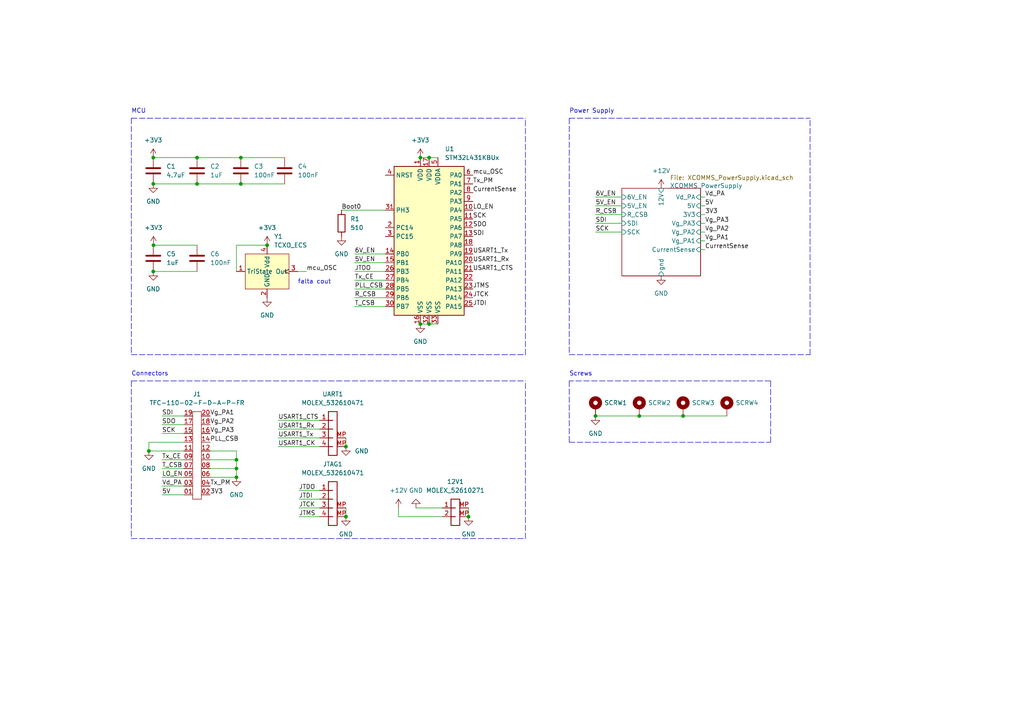
<source format=kicad_sch>
(kicad_sch (version 20211123) (generator eeschema)
  (paper "A4")
  (lib_symbols
    (symbol "Device:C" (pin_numbers hide) (pin_names (offset 0.254))
      (property "Reference" "C" (at 0.635 2.54 0))
      (property "Value" "C" (at 0.635 -2.54 0))
      (symbol "C_0_1"
        (polyline (pts (xy -2.032 -0.762) (xy 2.032 -0.762)) (stroke (width 0.508)))
        (polyline (pts (xy -2.032 0.762) (xy 2.032 0.762)) (stroke (width 0.508)))
      )
      (symbol "C_1_1"
        (pin passive line (at 0 3.81 270) (length 2.794) (name "~") (number "1"))
        (pin passive line (at 0 -3.81 90) (length 2.794) (name "~") (number "2"))
      )
    )
    (symbol "Device:R" (pin_numbers hide) (pin_names (offset 0))
      (property "Reference" "R" (at 2.032 0 90))
      (property "Value" "R" (at 0 0 90))
      (symbol "R_0_1"
        (rectangle (start -1.016 -2.54) (end 1.016 2.54) (stroke (width 0.254)))
      )
      (symbol "R_1_1"
        (pin passive line (at 0 3.81 270) (length 1.27) (name "~") (number "1"))
        (pin passive line (at 0 -3.81 90) (length 1.27) (name "~") (number "2"))
      )
    )
    (symbol "GGS_Connectors:Picoblade_2x1_H"
      (property "Reference" "12V1" (at 0 15.24 0))
      (property "Value" "MOLEX_52610271" (at 0 12.7 0))
      (symbol "Picoblade_2x1_H_0_1"
        (polyline (pts (xy 0 5.08) (xy -1.27 5.08)) (stroke (width 0.254)))
        (polyline (pts (xy 0 7.62) (xy -1.27 7.62)) (stroke (width 0.254)))
      )
      (symbol "Picoblade_2x1_H_1_0"
        (polyline (pts (xy -1.27 10.16) (xy 1.27 10.16) (xy 1.27 2.54) (xy -1.27 2.54) (xy -1.27 10.16)) (stroke (width 0.254)))
        (pin passive line (at -3.81 7.62 0) (length 2.54) (name "1") (number "1"))
        (pin passive line (at -3.81 5.08 0) (length 2.54) (name "2") (number "2"))
        (pin passive line (at 3.81 7.62 180) (length 2.54) (name "MH1") (number "MP"))
        (pin passive line (at 3.81 5.08 180) (length 2.54) (name "MH2") (number "MP"))
      )
    )
    (symbol "GGS_Connectors:Picoblade_4x1_H"
      (property "Reference" "UART1" (at -1.27 20.32 0))
      (property "Value" "MOLEX_532610471" (at -1.27 17.78 0))
      (symbol "Picoblade_4x1_H_1_0"
        (polyline (pts (xy -2.54 5.08) (xy -1.27 5.08)) (stroke (width 0.254)))
        (polyline (pts (xy -2.54 7.62) (xy -1.27 7.62)) (stroke (width 0.254)))
        (polyline (pts (xy -2.54 10.16) (xy -1.27 10.16)) (stroke (width 0.254)))
        (polyline (pts (xy -2.54 12.7) (xy -1.27 12.7)) (stroke (width 0.254)))
        (polyline (pts (xy -2.54 15.24) (xy 0 15.24) (xy 0 2.54) (xy -2.54 2.54) (xy -2.54 15.24)) (stroke (width 0.254)))
        (pin passive line (at -5.08 12.7 0) (length 2.54) (name "1") (number "1"))
        (pin passive line (at -5.08 10.16 0) (length 2.54) (name "2") (number "2"))
        (pin passive line (at -5.08 7.62 0) (length 2.54) (name "3") (number "3"))
        (pin passive line (at -5.08 5.08 0) (length 2.54) (name "4") (number "4"))
        (pin passive line (at 2.54 5.08 180) (length 2.54) (name "") (number "MP"))
        (pin passive line (at 2.54 7.62 180) (length 2.54) (name "MH2") (number "MP"))
      )
    )
    (symbol "GGS_Connectors:TFC-110-T2"
      (property "Reference" "J" (at 0 -3.81 0))
      (property "Value" "TFC-110-T2" (at 6.35 -1.27 0))
      (symbol "TFC-110-T2_0_0"
        (pin bidirectional line (at -2.54 24.13 0) (length 2.54) (name "") (number "01"))
        (pin bidirectional line (at 5.08 24.13 180) (length 2.54) (name "") (number "02"))
        (pin bidirectional line (at -2.54 21.59 0) (length 2.54) (name "") (number "03"))
        (pin bidirectional line (at 5.08 21.59 180) (length 2.54) (name "") (number "04"))
        (pin bidirectional line (at -2.54 19.05 0) (length 2.54) (name "") (number "05"))
        (pin bidirectional line (at 5.08 19.05 180) (length 2.54) (name "") (number "06"))
        (pin bidirectional line (at -2.54 16.51 0) (length 2.54) (name "") (number "07"))
        (pin bidirectional line (at 5.08 16.51 180) (length 2.54) (name "") (number "08"))
        (pin bidirectional line (at -2.54 13.97 0) (length 2.54) (name "") (number "09"))
        (pin bidirectional line (at 5.08 13.97 180) (length 2.54) (name "") (number "10"))
        (pin bidirectional line (at -2.54 11.43 0) (length 2.54) (name "") (number "11"))
        (pin bidirectional line (at 5.08 11.43 180) (length 2.54) (name "") (number "12"))
        (pin bidirectional line (at -2.54 8.89 0) (length 2.54) (name "") (number "13"))
        (pin bidirectional line (at 5.08 8.89 180) (length 2.54) (name "") (number "14"))
        (pin bidirectional line (at -2.54 6.35 0) (length 2.54) (name "") (number "15"))
        (pin bidirectional line (at 5.08 6.35 180) (length 2.54) (name "") (number "16"))
        (pin bidirectional line (at -2.54 3.81 0) (length 2.54) (name "") (number "17"))
        (pin bidirectional line (at 5.08 3.81 180) (length 2.54) (name "") (number "18"))
        (pin bidirectional line (at -2.54 1.27 0) (length 2.54) (name "") (number "19"))
        (pin bidirectional line (at 5.08 1.27 180) (length 2.54) (name "") (number "20"))
      )
      (symbol "TFC-110-T2_0_1"
        (rectangle (start 0 25.4) (end 2.54 0))
      )
    )
    (symbol "GGS_Miscellaneous:TCXO_ECS"
      (property "Reference" "Y" (at -1.27 -3.81 0))
      (property "Value" "TCXO_ECS" (at 0 -7.62 0))
      (symbol "TCXO_ECS_1_0"
        (rectangle (start 0 6.35) (end 12.7 -3.81) (fill (type background)))
        (pin input line (at -2.54 1.27 0) (length 2.54) (name "TriState") (number "1"))
        (pin passive line (at 6.35 -6.35 90) (length 2.54) (name "GND") (number "2"))
        (pin output clock (at 15.24 1.27 180) (length 2.54) (name "Out") (number "3"))
        (pin passive line (at 6.35 8.89 270) (length 2.54) (name "Vdd") (number "4"))
      )
    )
    (symbol "MCU_ST_STM32L4:STM32L431KBUx"
      (property "Reference" "U" (at -10.16 21.59 0))
      (property "Value" "STM32L431KBUx" (at 5.08 21.59 0))
      (symbol "STM32L431KBUx_0_1"
        (rectangle (start -10.16 -22.86) (end 10.16 20.32) (stroke (width 0.254)) (fill (type background)))
      )
      (symbol "STM32L431KBUx_1_1"
        (pin power_in line (at -2.54 22.86 270) (length 2.54) (name "VDD") (number "1"))
        (pin bidirectional line (at 12.7 7.62 180) (length 2.54) (name "PA4") (number "10"))
        (pin bidirectional line (at 12.7 5.08 180) (length 2.54) (name "PA5") (number "11"))
        (pin bidirectional line (at 12.7 2.54 180) (length 2.54) (name "PA6") (number "12"))
        (pin bidirectional line (at 12.7 0 180) (length 2.54) (name "PA7") (number "13"))
        (pin bidirectional line (at -12.7 -5.08 0) (length 2.54) (name "PB0") (number "14"))
        (pin bidirectional line (at -12.7 -7.62 0) (length 2.54) (name "PB1") (number "15"))
        (pin power_in line (at -2.54 -25.4 90) (length 2.54) (name "VSS") (number "16"))
        (pin power_in line (at 0 22.86 270) (length 2.54) (name "VDD") (number "17"))
        (pin bidirectional line (at 12.7 -2.54 180) (length 2.54) (name "PA8") (number "18"))
        (pin bidirectional line (at 12.7 -5.08 180) (length 2.54) (name "PA9") (number "19"))
        (pin bidirectional line (at -12.7 2.54 0) (length 2.54) (name "PC14") (number "2"))
        (pin bidirectional line (at 12.7 -7.62 180) (length 2.54) (name "PA10") (number "20"))
        (pin bidirectional line (at 12.7 -10.16 180) (length 2.54) (name "PA11") (number "21"))
        (pin bidirectional line (at 12.7 -12.7 180) (length 2.54) (name "PA12") (number "22"))
        (pin bidirectional line (at 12.7 -15.24 180) (length 2.54) (name "PA13") (number "23"))
        (pin bidirectional line (at 12.7 -17.78 180) (length 2.54) (name "PA14") (number "24"))
        (pin bidirectional line (at 12.7 -20.32 180) (length 2.54) (name "PA15") (number "25"))
        (pin bidirectional line (at -12.7 -10.16 0) (length 2.54) (name "PB3") (number "26"))
        (pin bidirectional line (at -12.7 -12.7 0) (length 2.54) (name "PB4") (number "27"))
        (pin bidirectional line (at -12.7 -15.24 0) (length 2.54) (name "PB5") (number "28"))
        (pin bidirectional line (at -12.7 -17.78 0) (length 2.54) (name "PB6") (number "29"))
        (pin bidirectional line (at -12.7 0 0) (length 2.54) (name "PC15") (number "3"))
        (pin bidirectional line (at -12.7 -20.32 0) (length 2.54) (name "PB7") (number "30"))
        (pin bidirectional line (at -12.7 7.62 0) (length 2.54) (name "PH3") (number "31"))
        (pin power_in line (at 0 -25.4 90) (length 2.54) (name "VSS") (number "32"))
        (pin power_in line (at 2.54 -25.4 90) (length 2.54) (name "VSS") (number "33"))
        (pin input line (at -12.7 17.78 0) (length 2.54) (name "NRST") (number "4"))
        (pin power_in line (at 2.54 22.86 270) (length 2.54) (name "VDDA") (number "5"))
        (pin bidirectional line (at 12.7 17.78 180) (length 2.54) (name "PA0") (number "6"))
        (pin bidirectional line (at 12.7 15.24 180) (length 2.54) (name "PA1") (number "7"))
        (pin bidirectional line (at 12.7 12.7 180) (length 2.54) (name "PA2") (number "8"))
        (pin bidirectional line (at 12.7 10.16 180) (length 2.54) (name "PA3") (number "9"))
      )
    )
    (symbol "Mechanical:MountingHole_Pad" (pin_numbers hide) (pin_names (offset 1.016) hide)
      (property "Reference" "H" (at 0 6.35 0))
      (property "Value" "MountingHole_Pad" (at 0 4.445 0))
      (symbol "MountingHole_Pad_0_1"
        (circle (center 0 1.27) (radius 1.27) (stroke (width 1.27)))
      )
      (symbol "MountingHole_Pad_1_1"
        (pin input line (at 0 -2.54 90) (length 2.54) (name "1") (number "1"))
      )
    )
    (symbol "power:+12V" (power) (pin_names (offset 0))
      (property "Value" "+12V" (at 0 3.556 0))
      (symbol "+12V_0_1"
        (polyline (pts (xy -0.762 1.27) (xy 0 2.54)))
        (polyline (pts (xy 0 0) (xy 0 2.54)))
        (polyline (pts (xy 0 2.54) (xy 0.762 1.27)))
      )
      (symbol "+12V_1_1"
        (pin power_in line (at 0 0 90) (length 0) hide (name "+12V") (number "1"))
      )
    )
    (symbol "power:+3V3" (power) (pin_names (offset 0))
      (property "Value" "+3V3" (at 0 3.556 0))
      (symbol "+3V3_0_1"
        (polyline (pts (xy -0.762 1.27) (xy 0 2.54)))
        (polyline (pts (xy 0 0) (xy 0 2.54)))
        (polyline (pts (xy 0 2.54) (xy 0.762 1.27)))
      )
      (symbol "+3V3_1_1"
        (pin power_in line (at 0 0 90) (length 0) hide (name "+3V3") (number "1"))
      )
    )
    (symbol "power:GND" (power) (pin_names (offset 0))
      (property "Value" "GND" (at 0 -3.81 0))
      (symbol "GND_0_1"
        (polyline (pts (xy 0 0) (xy 0 -1.27) (xy 1.27 -1.27) (xy 0 -2.54) (xy -1.27 -1.27) (xy 0 -1.27)))
      )
      (symbol "GND_1_1"
        (pin power_in line (at 0 0 270) (length 0) hide (name "GND") (number "1"))
      )
    )
  )
  (junction (at 69.85 45.72))
  (junction (at 124.46 93.98))
  (junction (at 135.89 149.86))
  (junction (at 121.92 93.98))
  (junction (at 68.58 135.89))
  (junction (at 69.85 53.34))
  (junction (at 44.45 78.74))
  (junction (at 57.15 53.34))
  (junction (at 68.58 138.43))
  (junction (at 100.33 149.86))
  (junction (at 100.33 129.54))
  (junction (at 68.58 133.35))
  (junction (at 57.15 45.72))
  (junction (at 44.45 53.34))
  (junction (at 44.5118 71.12))
  (junction (at 77.47 71.12))
  (junction (at 185.42 120.65))
  (junction (at 43.18 130.81))
  (junction (at 124.46 45.72))
  (junction (at 44.45 45.72))
  (junction (at 172.72 120.65))
  (junction (at 198.12 120.65))
  (junction (at 121.92 45.72))
  (wire (pts (xy 185.42 120.65) (xy 198.12 120.65)))
  (wire (pts (xy 172.72 59.69) (xy 180.34 59.69)))
  (wire (pts (xy 46.99 125.73) (xy 53.34 125.73)))
  (polyline (pts (xy 165.1 128.27) (xy 223.52 128.27)))
  (wire (pts (xy 80.71 121.92) (xy 92.71 121.92)))
  (polyline (pts (xy 165.1 34.29) (xy 165.1 102.87)))
  (polyline (pts (xy 234.95 102.87) (xy 234.95 34.29)))
  (wire (pts (xy 44.45 53.34) (xy 57.15 53.34)))
  (wire (pts (xy 124.46 93.98) (xy 127 93.98)))
  (polyline (pts (xy 152.4 102.87) (xy 152.4 34.29)))
  (wire (pts (xy 124.46 45.72) (xy 127 45.72)))
  (wire (pts (xy 100.33 129.54) (xy 100.33 127)))
  (wire (pts (xy 135.89 147.32) (xy 135.89 149.86)))
  (wire (pts (xy 44.45 71.12) (xy 44.5118 71.12)))
  (wire (pts (xy 86.71 149.86) (xy 92.71 149.86)))
  (wire (pts (xy 86.71 147.32) (xy 92.71 147.32)))
  (polyline (pts (xy 152.4 156.21) (xy 152.4 110.49)))
  (wire (pts (xy 121.92 93.98) (xy 124.46 93.98)))
  (wire (pts (xy 203.2 64.77) (xy 204.47 64.77)))
  (wire (pts (xy 68.58 130.81) (xy 68.58 133.35)))
  (polyline (pts (xy 223.52 110.49) (xy 165.1 110.49)))
  (wire (pts (xy 68.58 135.89) (xy 68.58 138.43)))
  (polyline (pts (xy 165.1 34.29) (xy 234.95 34.29)))
  (wire (pts (xy 44.5118 71.12) (xy 57.15 71.12)))
  (wire (pts (xy 102.87 73.66) (xy 111.76 73.66)))
  (wire (pts (xy 203.2 69.85) (xy 204.47 69.85)))
  (wire (pts (xy 121.92 45.72) (xy 124.46 45.72)))
  (wire (pts (xy 46.99 133.35) (xy 53.34 133.35)))
  (wire (pts (xy 43.18 128.27) (xy 53.34 128.27)))
  (wire (pts (xy 44.45 78.74) (xy 57.15 78.74)))
  (polyline (pts (xy 165.1 110.49) (xy 165.1 128.27)))
  (wire (pts (xy 102.87 83.82) (xy 111.76 83.82)))
  (polyline (pts (xy 38.1 34.29) (xy 152.4 34.29)))
  (wire (pts (xy 86.71 142.24) (xy 92.71 142.24)))
  (wire (pts (xy 115.57 149.86) (xy 128.27 149.86)))
  (wire (pts (xy 172.72 67.31) (xy 180.34 67.31)))
  (wire (pts (xy 203.2 59.69) (xy 204.47 59.69)))
  (wire (pts (xy 68.58 78.74) (xy 68.58 71.12)))
  (wire (pts (xy 69.85 45.72) (xy 82.55 45.72)))
  (polyline (pts (xy 165.1 102.87) (xy 234.95 102.87)))
  (wire (pts (xy 99.06 60.96) (xy 111.76 60.96)))
  (wire (pts (xy 80.71 127) (xy 92.71 127)))
  (wire (pts (xy 172.72 64.77) (xy 180.34 64.77)))
  (wire (pts (xy 86.71 144.78) (xy 92.71 144.78)))
  (wire (pts (xy 172.72 62.23) (xy 180.34 62.23)))
  (wire (pts (xy 203.2 67.31) (xy 204.47 67.31)))
  (wire (pts (xy 115.57 147.32) (xy 115.57 149.86)))
  (wire (pts (xy 203.2 62.23) (xy 204.47 62.23)))
  (polyline (pts (xy 38.1 102.87) (xy 152.4 102.87)))
  (wire (pts (xy 60.96 133.35) (xy 68.58 133.35)))
  (polyline (pts (xy 223.52 128.27) (xy 223.52 110.49)))
  (wire (pts (xy 172.72 120.65) (xy 185.42 120.65)))
  (wire (pts (xy 80.71 129.54) (xy 92.71 129.54)))
  (wire (pts (xy 120.65 147.32) (xy 128.27 147.32)))
  (polyline (pts (xy 38.1 110.49) (xy 38.1 156.21)))
  (wire (pts (xy 102.87 81.28) (xy 111.76 81.28)))
  (wire (pts (xy 102.87 78.74) (xy 111.76 78.74)))
  (wire (pts (xy 46.99 135.89) (xy 53.34 135.89)))
  (wire (pts (xy 68.58 71.12) (xy 77.47 71.12)))
  (wire (pts (xy 46.99 143.51) (xy 53.34 143.51)))
  (polyline (pts (xy 38.1 34.29) (xy 38.1 102.87)))
  (wire (pts (xy 57.15 45.72) (xy 69.85 45.72)))
  (wire (pts (xy 102.87 88.9) (xy 111.76 88.9)))
  (wire (pts (xy 46.99 138.43) (xy 53.34 138.43)))
  (wire (pts (xy 46.99 140.97) (xy 53.34 140.97)))
  (wire (pts (xy 102.87 76.2) (xy 111.76 76.2)))
  (wire (pts (xy 46.99 120.65) (xy 53.34 120.65)))
  (wire (pts (xy 60.96 135.89) (xy 68.58 135.89)))
  (wire (pts (xy 69.85 53.34) (xy 82.55 53.34)))
  (wire (pts (xy 43.18 128.27) (xy 43.18 130.81)))
  (wire (pts (xy 102.87 86.36) (xy 111.76 86.36)))
  (wire (pts (xy 100.33 149.86) (xy 100.33 147.32)))
  (polyline (pts (xy 38.1 110.49) (xy 152.4 110.49)))
  (wire (pts (xy 68.58 133.35) (xy 68.58 135.89)))
  (wire (pts (xy 198.12 120.65) (xy 210.82 120.65)))
  (wire (pts (xy 60.96 130.81) (xy 68.58 130.81)))
  (wire (pts (xy 80.71 124.46) (xy 92.71 124.46)))
  (wire (pts (xy 60.96 138.43) (xy 68.58 138.43)))
  (wire (pts (xy 203.2 57.15) (xy 204.47 57.15)))
  (wire (pts (xy 43.18 130.81) (xy 53.34 130.81)))
  (wire (pts (xy 57.15 53.34) (xy 69.85 53.34)))
  (wire (pts (xy 44.45 45.72) (xy 57.15 45.72)))
  (wire (pts (xy 86.36 78.74) (xy 88.9 78.74)))
  (polyline (pts (xy 38.1 156.21) (xy 152.4 156.21)))
  (wire (pts (xy 203.2 72.39) (xy 204.47 72.39)))
  (wire (pts (xy 46.99 123.19) (xy 53.34 123.19)))
  (wire (pts (xy 172.72 57.15) (xy 180.34 57.15)))
  (text "Power Supply" (at 165.1 33.02 0) (effects (font (size 1.27 1.27)) (justify left bottom)))
  (text "falta cout" (at 86.36 82.55 0) (effects (font (size 1.27 1.27)) (justify left bottom)))
  (text "MCU" (at 38.1 33.02 0) (effects (font (size 1.27 1.27)) (justify left bottom)))
  (text "Connectors" (at 38.1 109.22 0) (effects (font (size 1.27 1.27)) (justify left bottom)))
  (text "Screws" (at 165.1 109.22 0) (effects (font (size 1.27 1.27)) (justify left bottom)))
  (label "6V_EN" (at 172.72 57.15 0))
  (label "5V" (at 204.47 59.69 0))
  (label "JTCK" (at 86.71 147.32 0))
  (label "CurrentSense" (at 137.16 55.88 0))
  (label "Vg_PA3" (at 204.47 64.77 0))
  (label "USART1_Rx" (at 137.16 76.2 0))
  (label "SCK" (at 172.72 67.31 0))
  (label "Vg_PA1" (at 204.47 69.85 0))
  (label "T_CSB" (at 102.87 88.9 0))
  (label "CurrentSense" (at 204.47 72.39 0))
  (label "mcu_OSC" (at 88.9 78.74 0))
  (label "USART1_Tx" (at 80.71 127 0))
  (label "SDI" (at 172.72 64.77 0))
  (label "JTMS" (at 137.16 83.82 0))
  (label "Tx_CE" (at 102.87 81.28 0))
  (label "JTDO" (at 102.87 78.74 0))
  (label "SDI" (at 137.16 68.58 0))
  (label "3V3" (at 60.96 143.51 0))
  (label "Vg_PA1" (at 60.96 120.65 0))
  (label "SDI" (at 46.99 120.65 0))
  (label "JTCK" (at 137.16 86.36 0))
  (label "Vd_PA" (at 204.47 57.15 0))
  (label "SDO" (at 137.16 66.04 0))
  (label "Vg_PA2" (at 204.47 67.31 0))
  (label "3V3" (at 204.47 62.23 0))
  (label "PLL_CSB" (at 60.96 128.27 0))
  (label "SDO" (at 46.99 123.19 0))
  (label "Vd_PA" (at 46.99 140.97 0))
  (label "JTDI" (at 86.71 144.78 0))
  (label "LO_EN" (at 46.99 138.43 0))
  (label "USART1_CTS" (at 137.16 78.74 0))
  (label "SCK" (at 137.16 63.5 0))
  (label "T_CSB" (at 46.99 135.89 0))
  (label "USART1_CK" (at 80.71 129.54 0))
  (label "Boot0" (at 99.06 60.96 0))
  (label "Vg_PA2" (at 60.96 123.19 0))
  (label "JTDI" (at 137.16 88.9 0))
  (label "LO_EN" (at 137.16 60.96 0))
  (label "R_CSB" (at 172.72 62.23 0))
  (label "USART1_Tx" (at 137.16 73.66 0))
  (label "mcu_OSC" (at 137.16 50.8 0))
  (label "5V_EN" (at 172.72 59.69 0))
  (label "Vg_PA3" (at 60.96 125.73 0))
  (label "Tx_CE" (at 46.99 133.35 0))
  (label "PLL_CSB" (at 102.87 83.82 0))
  (label "JTDO" (at 86.71 142.24 0))
  (label "USART1_Rx" (at 80.71 124.46 0))
  (label "5V_EN" (at 102.87 76.2 0))
  (label "Tx_PM" (at 137.16 53.34 0))
  (label "6V_EN" (at 102.87 73.66 0))
  (label "Tx_PM" (at 60.96 140.97 0))
  (label "5V" (at 46.99 143.51 0))
  (label "JTMS" (at 86.71 149.86 0))
  (label "R_CSB" (at 102.87 86.36 0))
  (label "SCK" (at 46.99 125.73 0))
  (label "USART1_CTS" (at 80.71 121.92 0))
  (symbol (lib_id "power:GND") (at 100.33 149.86 0) (unit 1)
    (property "Reference" "#PWR018" (effects hide))
    (property "Value" "GND" (at 100.33 154.94 0))
  )
  (symbol (lib_id "power:GND") (at 99.06 68.58 0) (unit 1)
    (property "Reference" "#PWR05" (effects hide))
    (property "Value" "GND" (at 99.06 73.66 0))
  )
  (symbol (lib_id "power:+12V") (at 191.77 54.61 0) (unit 1)
    (property "Reference" "#PWR04" (effects hide))
    (property "Value" "+12V" (at 191.77 49.53 0))
  )
  (symbol (lib_id "Device:C") (at 57.15 74.93 0) (unit 1)
    (property "Reference" "C6" (at 60.96 73.6599 0) (effects (justify left)))
    (property "Value" "100nF" (at 60.96 76.1999 0) (effects (justify left)))
    (property "Footprint" "Capacitor_SMD:C_0603_1608Metric" (effects hide))
  )
  (symbol (lib_id "GGS_Connectors:TFC-110-T2") (at 55.88 119.38 0) (mirror x) (unit 1)
    (property "Reference" "J1" (at 57.15 114.3 0))
    (property "Value" "TFC-110-02-F-D-A-P-FR" (at 57.15 116.84 0))
    (property "Footprint" "GGS_Connectors:SAMTEC_TFC-110-02-F-D-A-P-FR" (effects hide))
  )
  (symbol (lib_id "GGS_Miscellaneous:TCXO_ECS") (at 71.12 80.01 0) (unit 1)
    (property "Reference" "Y1" (at 79.4894 68.58 0) (effects (justify left)))
    (property "Value" "TCXO_ECS" (at 79.4894 71.12 0) (effects (justify left)))
    (property "Footprint" "GGS_Miscellaneous:TCXO_ECS" (effects hide))
  )
  (symbol (lib_id "GGS_Connectors:Picoblade_4x1_H") (at 97.79 154.94 0) (unit 1)
    (property "Reference" "JTAG1" (at 96.52 134.62 0))
    (property "Value" "MOLEX_532610471" (at 96.52 137.16 0))
    (property "Footprint" "Connector_Molex:Molex_PicoBlade_53261-0471_1x04-1MP_P1.25mm_Horizontal" (effects hide))
    (property "SUPPLIER 1" "Farnell" (effects hide))
    (property "SUPPLIER PART NUMBER 1" "1125374" (effects hide))
  )
  (symbol (lib_id "Device:C") (at 69.85 49.53 0) (unit 1)
    (property "Reference" "C3" (at 73.66 48.2599 0) (effects (justify left)))
    (property "Value" "100nF" (at 73.66 50.7999 0) (effects (justify left)))
    (property "Footprint" "Capacitor_SMD:C_0603_1608Metric" (effects hide))
  )
  (symbol (lib_id "power:GND") (at 191.77 80.01 0) (unit 1)
    (property "Reference" "#PWR09" (effects hide))
    (property "Value" "GND" (at 191.77 85.09 0))
  )
  (symbol (lib_id "power:+3V3") (at 121.92 45.72 0) (unit 1)
    (property "Reference" "#PWR02" (effects hide))
    (property "Value" "+3V3" (at 121.92 40.64 0))
  )
  (symbol (lib_id "power:GND") (at 172.72 120.65 0) (unit 1)
    (property "Reference" "#PWR012" (effects hide))
    (property "Value" "GND" (at 172.72 125.73 0))
  )
  (symbol (lib_id "Device:C") (at 44.45 49.53 0) (unit 1)
    (property "Reference" "C1" (at 48.26 48.2599 0) (effects (justify left)))
    (property "Value" "4.7uF" (at 48.26 50.7999 0) (effects (justify left)))
    (property "Footprint" "Capacitor_SMD:C_0805_2012Metric" (effects hide))
  )
  (symbol (lib_id "Device:C") (at 57.15 49.53 0) (unit 1)
    (property "Reference" "C2" (at 60.96 48.2599 0) (effects (justify left)))
    (property "Value" "1uF" (at 60.96 50.7999 0) (effects (justify left)))
    (property "Footprint" "Capacitor_SMD:C_0603_1608Metric" (effects hide))
  )
  (symbol (lib_id "power:GND") (at 44.45 78.74 0) (unit 1)
    (property "Reference" "#PWR08" (effects hide))
    (property "Value" "GND" (at 44.45 83.82 0))
  )
  (symbol (lib_id "power:GND") (at 121.92 93.98 0) (unit 1)
    (property "Reference" "#PWR011" (effects hide))
    (property "Value" "GND" (at 121.92 99.06 0))
  )
  (symbol (lib_id "power:+3V3") (at 77.47 71.12 0) (unit 1)
    (property "Reference" "#PWR07" (effects hide))
    (property "Value" "+3V3" (at 77.47 66.04 0))
  )
  (symbol (lib_id "power:GND") (at 135.89 149.86 0) (unit 1)
    (property "Reference" "#PWR019" (effects hide))
    (property "Value" "GND" (at 135.89 154.94 0))
  )
  (symbol (lib_id "MCU_ST_STM32L4:STM32L431KBUx") (at 124.46 68.58 0) (unit 1)
    (property "Reference" "U1" (at 129.0194 43.18 0) (effects (justify left)))
    (property "Value" "STM32L431KBUx" (at 129.0194 45.72 0) (effects (justify left)))
    (property "Footprint" "Package_DFN_QFN:QFN-32-1EP_5x5mm_P0.5mm_EP3.45x3.45mm" (effects hide))
    (property "Datasheet" "http://www.st.com/st-web-ui/static/active/en/resource/technical/document/datasheet/DM00257211.pdf" (effects hide))
  )
  (symbol (lib_id "power:GND") (at 43.18 130.81 0) (unit 1)
    (property "Reference" "#PWR014" (effects hide))
    (property "Value" "GND" (at 43.18 135.89 0))
  )
  (symbol (lib_id "GGS_Connectors:Picoblade_2x1_H") (at 132.08 154.94 0) (unit 1)
    (property "Reference" "12V1" (at 132.08 139.7 0))
    (property "Value" "MOLEX_52610271" (at 132.08 142.24 0))
    (property "Footprint" "Connector_Molex:Molex_PicoBlade_53261-0271_1x02-1MP_P1.25mm_Horizontal" (effects hide))
    (property "SUPPLIER 1" "Farnell" (effects hide))
    (property "SUPPLIER PART NUMBER 1" "1125366" (effects hide))
  )
  (symbol (lib_id "power:GND") (at 68.58 138.43 0) (unit 1)
    (property "Reference" "#PWR015" (effects hide))
    (property "Value" "GND" (at 68.58 143.51 0))
  )
  (symbol (lib_id "power:+3V3") (at 44.5118 71.12 0) (unit 1)
    (property "Reference" "#PWR06" (effects hide))
    (property "Value" "+3V3" (at 44.5118 66.04 0))
  )
  (symbol (lib_id "power:GND") (at 120.65 147.32 180) (unit 1)
    (property "Reference" "#PWR017" (effects hide))
    (property "Value" "GND" (at 120.65 142.24 0))
  )
  (symbol (lib_id "Mechanical:MountingHole_Pad") (at 210.82 118.11 0) (unit 1)
    (property "Reference" "SCRW4" (at 213.36 116.8399 0) (effects (justify left)))
    (property "Value" "MountingHole_Pad" (effects hide))
    (property "Footprint" "MountingHole:MountingHole_3.2mm_M3_Pad_Via" (effects hide))
  )
  (symbol (lib_id "power:GND") (at 44.45 53.34 0) (unit 1)
    (property "Reference" "#PWR03" (effects hide))
    (property "Value" "GND" (at 44.45 58.42 0))
  )
  (symbol (lib_id "Mechanical:MountingHole_Pad") (at 172.72 118.11 0) (unit 1)
    (property "Reference" "SCRW1" (at 175.26 116.8399 0) (effects (justify left)))
    (property "Value" "MountingHole_Pad" (effects hide))
    (property "Footprint" "MountingHole:MountingHole_3.2mm_M3_Pad_Via" (effects hide))
  )
  (symbol (lib_id "Mechanical:MountingHole_Pad") (at 185.42 118.11 0) (unit 1)
    (property "Reference" "SCRW2" (at 187.96 116.8399 0) (effects (justify left)))
    (property "Value" "MountingHole_Pad" (effects hide))
    (property "Footprint" "MountingHole:MountingHole_3.2mm_M3_Pad_Via" (effects hide))
  )
  (symbol (lib_id "power:GND") (at 77.47 86.36 0) (unit 1)
    (property "Reference" "#PWR010" (effects hide))
    (property "Value" "GND" (at 77.47 91.44 0))
  )
  (symbol (lib_id "Device:R") (at 99.06 64.77 0) (unit 1)
    (property "Reference" "R1" (at 101.6 63.4999 0) (effects (justify left)))
    (property "Value" "510" (at 101.6 66.0399 0) (effects (justify left)))
    (property "Footprint" "Resistor_SMD:R_0603_1608Metric" (effects hide))
  )
  (symbol (lib_id "Mechanical:MountingHole_Pad") (at 198.12 118.11 0) (unit 1)
    (property "Reference" "SCRW3" (at 200.66 116.8399 0) (effects (justify left)))
    (property "Value" "MountingHole_Pad" (effects hide))
    (property "Footprint" "MountingHole:MountingHole_3.2mm_M3_Pad_Via" (effects hide))
  )
  (symbol (lib_id "GGS_Connectors:Picoblade_4x1_H") (at 97.79 134.62 0) (unit 1)
    (property "Reference" "UART1" (at 96.52 114.3 0))
    (property "Value" "MOLEX_532610471" (at 96.52 116.84 0))
    (property "Footprint" "Connector_Molex:Molex_PicoBlade_53261-0471_1x04-1MP_P1.25mm_Horizontal" (effects hide))
    (property "SUPPLIER 1" "Farnell" (effects hide))
    (property "SUPPLIER PART NUMBER 1" "1125374" (effects hide))
  )
  (symbol (lib_id "power:+12V") (at 115.57 147.32 0) (unit 1)
    (property "Reference" "#PWR016" (effects hide))
    (property "Value" "+12V" (at 115.57 142.24 0))
  )
  (symbol (lib_id "Device:C") (at 82.55 49.53 0) (unit 1)
    (property "Reference" "C4" (at 86.36 48.2599 0) (effects (justify left)))
    (property "Value" "100nF" (at 86.36 50.7999 0) (effects (justify left)))
    (property "Footprint" "Capacitor_SMD:C_0603_1608Metric" (effects hide))
  )
  (symbol (lib_id "power:GND") (at 100.33 129.54 0) (unit 1)
    (property "Reference" "#PWR013" (effects hide))
    (property "Value" "GND" (at 102.87 130.8099 0) (effects (justify left)))
  )
  (symbol (lib_id "power:+3V3") (at 44.45 45.72 0) (unit 1)
    (property "Reference" "#PWR01" (effects hide))
    (property "Value" "+3V3" (at 44.45 40.64 0))
  )
  (symbol (lib_id "Device:C") (at 44.45 74.93 0) (unit 1)
    (property "Reference" "C5" (at 48.26 73.6599 0) (effects (justify left)))
    (property "Value" "1uF" (at 48.26 76.1999 0) (effects (justify left)))
    (property "Footprint" "Capacitor_SMD:C_0603_1608Metric" (effects hide))
  )
  (sheet (at 180.34 54.61) (size 22.86 25.4) (stroke (width 0.1524))
    (property "Sheet name" "XCOMMS_PowerSupply" (at 194.31 54.61 0) (effects (justify left bottom)))
    (property "Sheet file" "XCOMMS_PowerSupply.kicad_sch" (at 194.31 50.8 0) (effects (justify left top)))
    (pin "6V_EN" input (at 180.34 57.15 180))
    (pin "3V3" input (at 203.2 62.23 0))
    (pin "Vg_PA2" input (at 203.2 67.31 0))
    (pin "Vg_PA1" input (at 203.2 69.85 0))
    (pin "5V" input (at 203.2 59.69 0))
    (pin "Vd_PA" input (at 203.2 57.15 0))
    (pin "Vg_PA3" input (at 203.2 64.77 0))
    (pin "CurrentSense" input (at 203.2 72.39 0))
    (pin "R_CSB" input (at 180.34 62.23 180))
    (pin "SCK" input (at 180.34 67.31 180))
    (pin "SDI" input (at 180.34 64.77 180))
    (pin "5V_EN" input (at 180.34 59.69 180))
    (pin "12V" input (at 191.77 54.61 90))
    (pin "gnd" input (at 191.77 80.01 270))
  )
)
</source>
